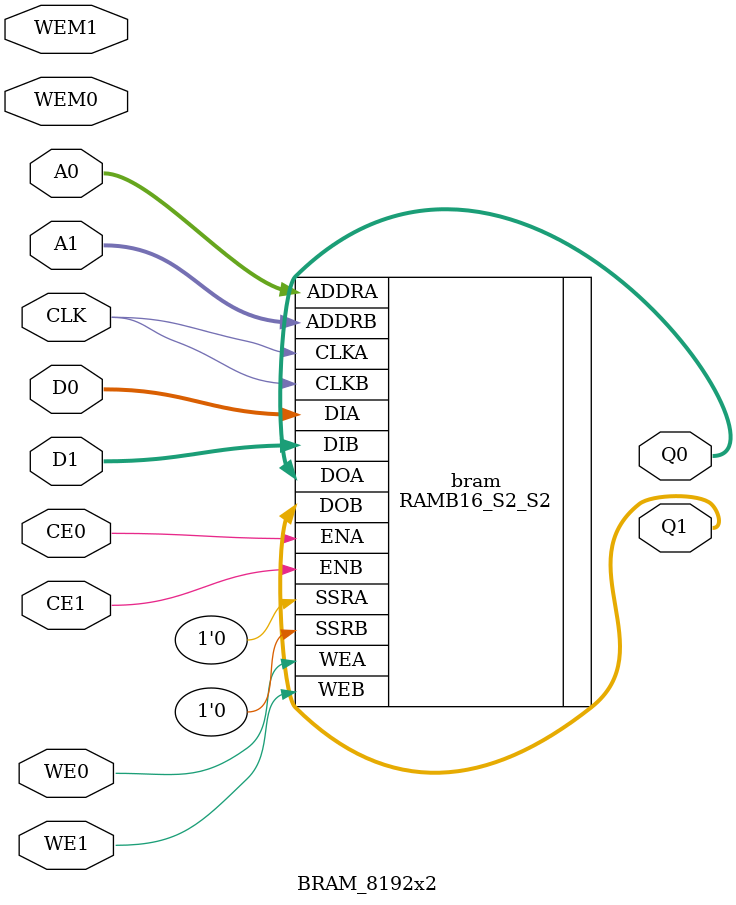
<source format=v>
module BRAM_8192x2 #(
          parameter INIT_00 = 256'h0000000000000000000000000000000000000000000000000000000000000000,
          parameter INIT_01 = 256'h0000000000000000000000000000000000000000000000000000000000000000,
          parameter INIT_02 = 256'h0000000000000000000000000000000000000000000000000000000000000000,
          parameter INIT_03 = 256'h0000000000000000000000000000000000000000000000000000000000000000,
          parameter INIT_04 = 256'h0000000000000000000000000000000000000000000000000000000000000000,
          parameter INIT_05 = 256'h0000000000000000000000000000000000000000000000000000000000000000,
          parameter INIT_06 = 256'h0000000000000000000000000000000000000000000000000000000000000000,
          parameter INIT_07 = 256'h0000000000000000000000000000000000000000000000000000000000000000,
          parameter INIT_08 = 256'h0000000000000000000000000000000000000000000000000000000000000000,
          parameter INIT_09 = 256'h0000000000000000000000000000000000000000000000000000000000000000,
          parameter INIT_0A = 256'h0000000000000000000000000000000000000000000000000000000000000000,
          parameter INIT_0B = 256'h0000000000000000000000000000000000000000000000000000000000000000,
          parameter INIT_0C = 256'h0000000000000000000000000000000000000000000000000000000000000000,
          parameter INIT_0D = 256'h0000000000000000000000000000000000000000000000000000000000000000,
          parameter INIT_0E = 256'h0000000000000000000000000000000000000000000000000000000000000000,
          parameter INIT_0F = 256'h0000000000000000000000000000000000000000000000000000000000000000,
          parameter INIT_10 = 256'h0000000000000000000000000000000000000000000000000000000000000000,
          parameter INIT_11 = 256'h0000000000000000000000000000000000000000000000000000000000000000,
          parameter INIT_12 = 256'h0000000000000000000000000000000000000000000000000000000000000000,
          parameter INIT_13 = 256'h0000000000000000000000000000000000000000000000000000000000000000,
          parameter INIT_14 = 256'h0000000000000000000000000000000000000000000000000000000000000000,
          parameter INIT_15 = 256'h0000000000000000000000000000000000000000000000000000000000000000,
          parameter INIT_16 = 256'h0000000000000000000000000000000000000000000000000000000000000000,
          parameter INIT_17 = 256'h0000000000000000000000000000000000000000000000000000000000000000,
          parameter INIT_18 = 256'h0000000000000000000000000000000000000000000000000000000000000000,
          parameter INIT_19 = 256'h0000000000000000000000000000000000000000000000000000000000000000,
          parameter INIT_1A = 256'h0000000000000000000000000000000000000000000000000000000000000000,
          parameter INIT_1B = 256'h0000000000000000000000000000000000000000000000000000000000000000,
          parameter INIT_1C = 256'h0000000000000000000000000000000000000000000000000000000000000000,
          parameter INIT_1D = 256'h0000000000000000000000000000000000000000000000000000000000000000,
          parameter INIT_1E = 256'h0000000000000000000000000000000000000000000000000000000000000000,
          parameter INIT_1F = 256'h0000000000000000000000000000000000000000000000000000000000000000,
          parameter INIT_20 = 256'h0000000000000000000000000000000000000000000000000000000000000000,
          parameter INIT_21 = 256'h0000000000000000000000000000000000000000000000000000000000000000,
          parameter INIT_22 = 256'h0000000000000000000000000000000000000000000000000000000000000000,
          parameter INIT_23 = 256'h0000000000000000000000000000000000000000000000000000000000000000,
          parameter INIT_24 = 256'h0000000000000000000000000000000000000000000000000000000000000000,
          parameter INIT_25 = 256'h0000000000000000000000000000000000000000000000000000000000000000,
          parameter INIT_26 = 256'h0000000000000000000000000000000000000000000000000000000000000000,
          parameter INIT_27 = 256'h0000000000000000000000000000000000000000000000000000000000000000,
          parameter INIT_28 = 256'h0000000000000000000000000000000000000000000000000000000000000000,
          parameter INIT_29 = 256'h0000000000000000000000000000000000000000000000000000000000000000,
          parameter INIT_2A = 256'h0000000000000000000000000000000000000000000000000000000000000000,
          parameter INIT_2B = 256'h0000000000000000000000000000000000000000000000000000000000000000,
          parameter INIT_2C = 256'h0000000000000000000000000000000000000000000000000000000000000000,
          parameter INIT_2D = 256'h0000000000000000000000000000000000000000000000000000000000000000,
          parameter INIT_2E = 256'h0000000000000000000000000000000000000000000000000000000000000000,
          parameter INIT_2F = 256'h0000000000000000000000000000000000000000000000000000000000000000,
          parameter INIT_30 = 256'h0000000000000000000000000000000000000000000000000000000000000000,
          parameter INIT_31 = 256'h0000000000000000000000000000000000000000000000000000000000000000,
          parameter INIT_32 = 256'h0000000000000000000000000000000000000000000000000000000000000000,
          parameter INIT_33 = 256'h0000000000000000000000000000000000000000000000000000000000000000,
          parameter INIT_34 = 256'h0000000000000000000000000000000000000000000000000000000000000000,
          parameter INIT_35 = 256'h0000000000000000000000000000000000000000000000000000000000000000,
          parameter INIT_36 = 256'h0000000000000000000000000000000000000000000000000000000000000000,
          parameter INIT_37 = 256'h0000000000000000000000000000000000000000000000000000000000000000,
          parameter INIT_38 = 256'h0000000000000000000000000000000000000000000000000000000000000000,
          parameter INIT_39 = 256'h0000000000000000000000000000000000000000000000000000000000000000,
          parameter INIT_3A = 256'h0000000000000000000000000000000000000000000000000000000000000000,
          parameter INIT_3B = 256'h0000000000000000000000000000000000000000000000000000000000000000,
          parameter INIT_3C = 256'h0000000000000000000000000000000000000000000000000000000000000000,
          parameter INIT_3D = 256'h0000000000000000000000000000000000000000000000000000000000000000,
          parameter INIT_3E = 256'h0000000000000000000000000000000000000000000000000000000000000000,
          parameter INIT_3F = 256'h0000000000000000000000000000000000000000000000000000000000000000
        ) ( CLK, A0, D0, Q0, WE0, WEM0, CE0, A1, D1, Q1, WE1, WEM1, CE1 );
	input CLK;
	input [12:0] A0;
	input [1:0] D0;
	output [1:0] Q0;
	input WE0;
	input [1:0] WEM0;
	input CE0;
	input [12:0] A1;
	input [1:0] D1;
	output [1:0] Q1;
	input WE1;
	input [1:0] WEM1;
	input CE1;

	RAMB16_S2_S2 #(
          .INIT_00(INIT_00), .INIT_01(INIT_01), .INIT_02(INIT_02), .INIT_03(INIT_03), .INIT_04(INIT_04), .INIT_05(INIT_05), .INIT_06(INIT_06), .INIT_07(INIT_07),
          .INIT_08(INIT_08), .INIT_09(INIT_09), .INIT_0A(INIT_0A), .INIT_0B(INIT_0B), .INIT_0C(INIT_0C), .INIT_0D(INIT_0D), .INIT_0E(INIT_0E), .INIT_0F(INIT_0F),
          .INIT_10(INIT_10), .INIT_11(INIT_11), .INIT_12(INIT_12), .INIT_13(INIT_13), .INIT_14(INIT_14), .INIT_15(INIT_15), .INIT_16(INIT_16), .INIT_17(INIT_17),
          .INIT_18(INIT_18), .INIT_19(INIT_19), .INIT_1A(INIT_1A), .INIT_1B(INIT_1B), .INIT_1C(INIT_1C), .INIT_1D(INIT_1D), .INIT_1E(INIT_1E), .INIT_1F(INIT_1F),
          .INIT_20(INIT_20), .INIT_21(INIT_21), .INIT_22(INIT_22), .INIT_23(INIT_23), .INIT_24(INIT_24), .INIT_25(INIT_25), .INIT_26(INIT_26), .INIT_27(INIT_27),
          .INIT_28(INIT_28), .INIT_29(INIT_29), .INIT_2A(INIT_2A), .INIT_2B(INIT_2B), .INIT_2C(INIT_2C), .INIT_2D(INIT_2D), .INIT_2E(INIT_2E), .INIT_2F(INIT_2F),
          .INIT_30(INIT_30), .INIT_31(INIT_31), .INIT_32(INIT_32), .INIT_33(INIT_33), .INIT_34(INIT_34), .INIT_35(INIT_35), .INIT_36(INIT_36), .INIT_37(INIT_37),
          .INIT_38(INIT_38), .INIT_39(INIT_39), .INIT_3A(INIT_3A), .INIT_3B(INIT_3B), .INIT_3C(INIT_3C), .INIT_3D(INIT_3D), .INIT_3E(INIT_3E), .INIT_3F(INIT_3F)
	) bram (
		.DOA(Q0),
		.DOB(Q1),
		.ADDRA(A0),
		.ADDRB(A1),
		.CLKA(CLK),
		.CLKB(CLK),
		.DIA(D0),
		.DIB(D1),
		.ENA(CE0),
		.ENB(CE1),
		.SSRA(1'b0),
		.SSRB(1'b0),
		.WEA(WE0),
		.WEB(WE1));
endmodule

</source>
